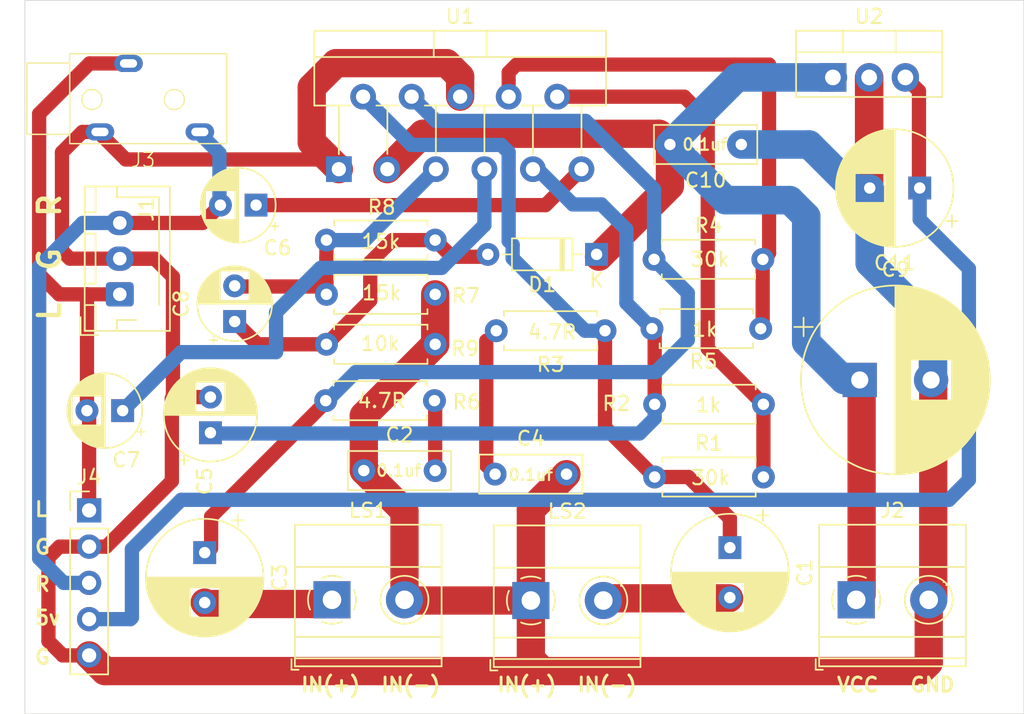
<source format=kicad_pcb>
(kicad_pcb (version 20240108) (generator "pcbnew") (generator_version "8.0")
  (layers (0 "F.Cu" signal) (31 "B.Cu" signal) (34 "B.Paste" user) (35 "F.Paste" user) (36 "B.SilkS" user "B.Silkscreen") (37 "F.SilkS" user "F.Silkscreen") (38 "B.Mask" user) (39 "F.Mask" user) (44 "Edge.Cuts" user))
  (net 0 "")
  (net 1 "Net-(C1-Pad2)")
  (net 2 "Net-(C1-Pad1)")
  (net 3 "Net-(C2-Pad2)")
  (net 4 "GND")
  (net 5 "Net-(C3-Pad1)")
  (net 6 "Net-(C3-Pad2)")
  (net 7 "Net-(C4-Pad1)")
  (net 8 "Net-(U1A-GND)")
  (net 9 "RIN")
  (net 10 "Net-(U1A-+)")
  (net 11 "LIN")
  (net 12 "Net-(U1B-+)")
  (net 13 "Net-(D1-A)")
  (net 14 "MUTE")
  (net 15 "+12V")
  (net 16 "+5V")
  (net 17 "Net-(U1A--)")
  (net 18 "Net-(U1B--)")
  (footprint "Capacitor_THT:CP_Radial_D13.0mm_P5.00mm" (layer "F.Cu") (at 72.55 41.2)
    (property "Reference" "C9" (at 2.5 -7.75 0) (layer "F.SilkS"))
    (property "Value" "1000uf")
    (pad "1" thru_hole rect (at 0 0) (size 2.4 2.4) (drill 1.2) (layers "*.Cu" "*.Mask") (net 15 "+12V"))
    (pad "2" thru_hole circle (at 5 0) (size 2.4 2.4) (drill 1.2) (layers "*.Cu" "*.Mask") (net 4 "GND"))
  )
  (footprint "TerminalBlock_Phoenix:TerminalBlock_Phoenix_MKDS-1,5-2-5.08_1x02_P5.08mm_Horizontal" (layer "F.Cu") (at 49.505 56.655)
    (property "Reference" "LS2" (at 2.54 -6.26 0) (layer "F.SilkS"))
    (property "Value" "Speaker")
    (pad "1" thru_hole rect (at 0 0) (size 2.6 2.6) (drill 1.3) (layers "*.Cu" "*.Mask") (net 4 "GND"))
    (pad "2" thru_hole circle (at 5.08 0) (size 2.6 2.6) (drill 1.3) (layers "*.Cu" "*.Mask") (net 1 "Net-(C1-Pad2)"))
  )
  (footprint "Resistor_THT:R_Axial_DIN0207_L6.3mm_D2.5mm_P7.62mm_Horizontal" (layer "F.Cu") (at 42.8 35.2 180)
    (property "Reference" "R7" (at -2.15 -0.1 0) (layer "F.SilkS"))
    (property "Value" "15k" (at 3.75 0.1 0) (layer "F.SilkS"))
    (pad "1" thru_hole circle (at 0 0 180) (size 1.6 1.6) (drill 0.8) (layers "*.Cu" "*.Mask") (net 4 "GND"))
    (pad "2" thru_hole oval (at 7.62 0 180) (size 1.6 1.6) (drill 0.8) (layers "*.Cu" "*.Mask") (net 14 "MUTE"))
  )
  (footprint "Resistor_THT:R_Axial_DIN0207_L6.3mm_D2.5mm_P7.62mm_Horizontal" (layer "F.Cu") (at 35.13 42.65)
    (property "Reference" "R6" (at 9.87 0.1 0) (layer "F.SilkS"))
    (property "Value" "4.7R" (at 3.92 0 0) (layer "F.SilkS"))
    (pad "1" thru_hole circle (at 0 0) (size 1.6 1.6) (drill 0.8) (layers "*.Cu" "*.Mask") (net 5 "Net-(C3-Pad1)"))
    (pad "2" thru_hole oval (at 7.62 0) (size 1.6 1.6) (drill 0.8) (layers "*.Cu" "*.Mask") (net 3 "Net-(C2-Pad2)"))
  )
  (footprint "Capacitor_THT:CP_Radial_D8.0mm_P3.50mm" (layer "F.Cu") (at 76.752651 27.75 180)
    (property "Reference" "C11" (at 1.75 -5.25 180) (layer "F.SilkS"))
    (property "Value" "470uf")
    (pad "1" thru_hole rect (at 0 0 180) (size 1.6 1.6) (drill 0.8) (layers "*.Cu" "*.Mask") (net 16 "+5V"))
    (pad "2" thru_hole circle (at 3.5 0 180) (size 1.6 1.6) (drill 0.8) (layers "*.Cu" "*.Mask") (net 4 "GND"))
  )
  (footprint "Capacitor_THT:CP_Radial_D5.0mm_P2.50mm" (layer "F.Cu") (at 28.75 37.105113 90)
    (property "Reference" "C8" (at 1.25 -3.75 90) (layer "F.SilkS"))
    (property "Value" "1uf")
    (pad "1" thru_hole rect (at 0 0 90) (size 1.6 1.6) (drill 0.8) (layers "*.Cu" "*.Mask") (net 13 "Net-(D1-A)"))
    (pad "2" thru_hole circle (at 2.5 0 90) (size 1.6 1.6) (drill 0.8) (layers "*.Cu" "*.Mask") (net 14 "MUTE"))
  )
  (footprint "Resistor_THT:R_Axial_DIN0207_L6.3mm_D2.5mm_P7.62mm_Horizontal" (layer "F.Cu") (at 58.14 32.75)
    (property "Reference" "R4" (at 3.81 -2.37 0) (layer "F.SilkS"))
    (property "Value" "30k" (at 3.91 0 0) (layer "F.SilkS"))
    (pad "1" thru_hole circle (at 0 0) (size 1.6 1.6) (drill 0.8) (layers "*.Cu" "*.Mask") (net 5 "Net-(C3-Pad1)"))
    (pad "2" thru_hole oval (at 7.62 0) (size 1.6 1.6) (drill 0.8) (layers "*.Cu" "*.Mask") (net 18 "Net-(U1B--)"))
  )
  (footprint "Capacitor_THT:C_Disc_D7.0mm_W2.5mm_P5.00mm" (layer "F.Cu") (at 47 47.8)
    (property "Reference" "C4" (at 2.5 -2.5 0) (layer "F.SilkS"))
    (property "Value" "0.1uf" (at 2.5 0.05 0) (layer "F.SilkS") (effects (font (size 0.8 0.8))))
    (pad "1" thru_hole circle (at 0 0) (size 1.6 1.6) (drill 0.8) (layers "*.Cu" "*.Mask") (net 7 "Net-(C4-Pad1)"))
    (pad "2" thru_hole circle (at 5 0) (size 1.6 1.6) (drill 0.8) (layers "*.Cu" "*.Mask") (net 4 "GND"))
  )
  (footprint "Resistor_THT:R_Axial_DIN0207_L6.3mm_D2.5mm_P7.62mm_Horizontal" (layer "F.Cu") (at 35.18 38.7)
    (property "Reference" "R9" (at 9.72 0.3 0) (layer "F.SilkS"))
    (property "Value" "10k" (at 3.77 -0.05 0) (layer "F.SilkS"))
    (pad "1" thru_hole circle (at 0 0) (size 1.6 1.6) (drill 0.8) (layers "*.Cu" "*.Mask") (net 13 "Net-(D1-A)"))
    (pad "2" thru_hole oval (at 7.62 0) (size 1.6 1.6) (drill 0.8) (layers "*.Cu" "*.Mask") (net 4 "GND"))
  )
  (footprint "Connector_PinHeader_2.54mm:PinHeader_1x05_P2.54mm_Vertical" (layer "F.Cu") (at 18.55 50.34)
    (property "Reference" "J4" (at 0 -2.33 0) (layer "F.SilkS"))
    (property "Value" "Conn_01x05_Pin")
    (pad "1" thru_hole rect (at 0 0) (size 1.7 1.7) (drill 1) (layers "*.Cu" "*.Mask") (net 11 "LIN"))
    (pad "2" thru_hole oval (at 0 2.54) (size 1.7 1.7) (drill 1) (layers "*.Cu" "*.Mask") (net 4 "GND"))
    (pad "3" thru_hole oval (at 0 5.08) (size 1.7 1.7) (drill 1) (layers "*.Cu" "*.Mask") (net 9 "RIN"))
    (pad "4" thru_hole oval (at 0 7.62) (size 1.7 1.7) (drill 1) (layers "*.Cu" "*.Mask") (net 16 "+5V"))
    (pad "5" thru_hole oval (at 0 10.16) (size 1.7 1.7) (drill 1) (layers "*.Cu" "*.Mask") (net 4 "GND"))
  )
  (footprint "Capacitor_THT:CP_Radial_D5.0mm_P2.50mm" (layer "F.Cu") (at 20.9 43.35 180)
    (property "Reference" "C7" (at -0.25 -3.45 0) (layer "F.SilkS"))
    (property "Value" "1uf")
    (pad "1" thru_hole rect (at 0 0 180) (size 1.6 1.6) (drill 0.8) (layers "*.Cu" "*.Mask") (net 12 "Net-(U1B-+)"))
    (pad "2" thru_hole circle (at 2.5 0 180) (size 1.6 1.6) (drill 0.8) (layers "*.Cu" "*.Mask") (net 11 "LIN"))
  )
  (footprint "Capacitor_THT:CP_Radial_D8.0mm_P3.50mm" (layer "F.Cu") (at 26.65 53.3 -90)
    (property "Reference" "C3" (at 1.75 -5.25 -90) (layer "F.SilkS"))
    (property "Value" "470uf")
    (pad "1" thru_hole rect (at 0 0 270) (size 1.6 1.6) (drill 0.8) (layers "*.Cu" "*.Mask") (net 5 "Net-(C3-Pad1)"))
    (pad "2" thru_hole circle (at 3.5 0 270) (size 1.6 1.6) (drill 0.8) (layers "*.Cu" "*.Mask") (net 6 "Net-(C3-Pad2)"))
  )
  (footprint "Package_TO_SOT_THT:TO-220-3_Vertical" (layer "F.Cu") (at 70.67 20)
    (property "Reference" "U2" (at 2.54 -4.27 0) (layer "F.SilkS"))
    (property "Value" "LM7805_TO220")
    (pad "1" thru_hole rect (at 0 0) (size 1.905 2) (drill 1.1) (layers "*.Cu" "*.Mask") (net 15 "+12V"))
    (pad "2" thru_hole oval (at 2.54 0) (size 1.905 2) (drill 1.1) (layers "*.Cu" "*.Mask") (net 4 "GND"))
    (pad "3" thru_hole oval (at 5.08 0) (size 1.905 2) (drill 1.1) (layers "*.Cu" "*.Mask") (net 16 "+5V"))
  )
  (footprint "Capacitor_THT:CP_Radial_D6.3mm_P2.50mm" (layer "F.Cu") (at 27.05 44.9 90)
    (property "Reference" "C5" (at -3.4 -0.4 90) (layer "F.SilkS"))
    (property "Value" "100uf")
    (pad "1" thru_hole rect (at 0 0 90) (size 1.6 1.6) (drill 0.8) (layers "*.Cu" "*.Mask") (net 8 "Net-(U1A-GND)"))
    (pad "2" thru_hole circle (at 2.5 0 90) (size 1.6 1.6) (drill 0.8) (layers "*.Cu" "*.Mask") (net 4 "GND"))
  )
  (footprint "TerminalBlock_Phoenix:TerminalBlock_Phoenix_MKDS-1,5-2-5.08_1x02_P5.08mm_Horizontal" (layer "F.Cu") (at 72.305 56.605)
    (property "Reference" "J2" (at 2.54 -6.26 0) (layer "F.SilkS"))
    (property "Value" "Terminal Block")
    (pad "1" thru_hole rect (at 0 0) (size 2.6 2.6) (drill 1.3) (layers "*.Cu" "*.Mask") (net 15 "+12V"))
    (pad "2" thru_hole circle (at 5.08 0) (size 2.6 2.6) (drill 1.3) (layers "*.Cu" "*.Mask") (net 4 "GND"))
  )
  (footprint "Capacitor_THT:CP_Radial_D5.0mm_P2.50mm" (layer "F.Cu") (at 30.25 28.95 180)
    (property "Reference" "C6" (at -1.5 -3 0) (layer "F.SilkS"))
    (property "Value" "1uf")
    (pad "1" thru_hole rect (at 0 0 180) (size 1.6 1.6) (drill 0.8) (layers "*.Cu" "*.Mask") (net 10 "Net-(U1A-+)"))
    (pad "2" thru_hole circle (at 2.5 0 180) (size 1.6 1.6) (drill 0.8) (layers "*.Cu" "*.Mask") (net 9 "RIN"))
  )
  (footprint "Diode_THT:D_DO-35_SOD27_P7.62mm_Horizontal" (layer "F.Cu") (at 54.11 32.4 180)
    (property "Reference" "D1" (at 3.81 -2.12 0) (layer "F.SilkS"))
    (property "Value" "5.1v")
    (fp_text user "K" (at 0 -1.8 0) (layer "F.SilkS"))
    (pad "1" thru_hole rect (at 0 0 180) (size 1.6 1.6) (drill 0.8) (layers "*.Cu" "*.Mask") (net 15 "+12V"))
    (pad "2" thru_hole oval (at 7.62 0 180) (size 1.6 1.6) (drill 0.8) (layers "*.Cu" "*.Mask") (net 13 "Net-(D1-A)"))
  )
  (footprint "Package_TO_SOT_THT:TO-220-11_P3.4x5.08mm_StaggerOdd_Lead4.85mm_Vertical" (layer "F.Cu") (at 36.05 26.43)
    (property "Reference" "U1" (at 8.5 -10.7 0) (layer "F.SilkS"))
    (property "Value" "TDA7269A")
    (pad "1" thru_hole rect (at 0 0) (size 1.8 1.8) (drill 1) (layers "*.Cu" "*.Mask") (net 4 "GND"))
    (pad "2" thru_hole oval (at 1.7 -5.08) (size 1.8 1.8) (drill 1) (layers "*.Cu" "*.Mask") (net 2 "Net-(C1-Pad1)"))
    (pad "3" thru_hole oval (at 3.4 0) (size 1.8 1.8) (drill 1) (layers "*.Cu" "*.Mask") (net 15 "+12V"))
    (pad "4" thru_hole oval (at 5.1 -5.08) (size 1.8 1.8) (drill 1) (layers "*.Cu" "*.Mask") (net 5 "Net-(C3-Pad1)"))
    (pad "5" thru_hole oval (at 6.8 0) (size 1.8 1.8) (drill 1) (layers "*.Cu" "*.Mask") (net 14 "MUTE"))
    (pad "6" thru_hole oval (at 8.5 -5.08) (size 1.8 1.8) (drill 1) (layers "*.Cu" "*.Mask") (net 4 "GND"))
    (pad "7" thru_hole oval (at 10.2 0) (size 1.8 1.8) (drill 1) (layers "*.Cu" "*.Mask") (net 12 "Net-(U1B-+)"))
    (pad "8" thru_hole oval (at 11.9 -5.08) (size 1.8 1.8) (drill 1) (layers "*.Cu" "*.Mask") (net 18 "Net-(U1B--)"))
    (pad "9" thru_hole oval (at 13.6 0) (size 1.8 1.8) (drill 1) (layers "*.Cu" "*.Mask") (net 8 "Net-(U1A-GND)"))
    (pad "10" thru_hole oval (at 15.3 -5.08) (size 1.8 1.8) (drill 1) (layers "*.Cu" "*.Mask") (net 17 "Net-(U1A--)"))
    (pad "11" thru_hole oval (at 17 0) (size 1.8 1.8) (drill 1) (layers "*.Cu" "*.Mask") (net 10 "Net-(U1A-+)"))
  )
  (footprint "Capacitor_THT:CP_Radial_D8.0mm_P3.50mm" (layer "F.Cu") (at 63.45 52.95 -90)
    (property "Reference" "C1" (at 1.75 -5.25 -90) (layer "F.SilkS"))
    (property "Value" "470uf")
    (pad "1" thru_hole rect (at 0 0 270) (size 1.6 1.6) (drill 0.8) (layers "*.Cu" "*.Mask") (net 2 "Net-(C1-Pad1)"))
    (pad "2" thru_hole circle (at 3.5 0 270) (size 1.6 1.6) (drill 0.8) (layers "*.Cu" "*.Mask") (net 1 "Net-(C1-Pad2)"))
  )
  (footprint "Resistor_THT:R_Axial_DIN0207_L6.3mm_D2.5mm_P7.62mm_Horizontal" (layer "F.Cu") (at 65.61 37.6 180)
    (property "Reference" "R5" (at 4.01 -2.3 0) (layer "F.SilkS"))
    (property "Value" "1k" (at 3.91 -0.05 0) (layer "F.SilkS"))
    (pad "1" thru_hole circle (at 0 0 180) (size 1.6 1.6) (drill 0.8) (layers "*.Cu" "*.Mask") (net 18 "Net-(U1B--)"))
    (pad "2" thru_hole oval (at 7.62 0 180) (size 1.6 1.6) (drill 0.8) (layers "*.Cu" "*.Mask") (net 8 "Net-(U1A-GND)"))
  )
  (footprint "Capacitor_THT:C_Disc_D7.0mm_W2.5mm_P5.00mm" (layer "F.Cu") (at 64.25 24.7 180)
    (property "Reference" "C10" (at 2.5 -2.5 0) (layer "F.SilkS"))
    (property "Value" "0.1uf" (at 2.55 0 0) (layer "F.SilkS") (effects (font (size 0.81 0.81))))
    (pad "1" thru_hole circle (at 0 0 180) (size 1.6 1.6) (drill 0.8) (layers "*.Cu" "*.Mask") (net 4 "GND"))
    (pad "2" thru_hole circle (at 5 0 180) (size 1.6 1.6) (drill 0.8) (layers "*.Cu" "*.Mask") (net 15 "+12V"))
  )
  (footprint "TerminalBlock_Phoenix:TerminalBlock_Phoenix_MKDS-1,5-2-5.08_1x02_P5.08mm_Horizontal" (layer "F.Cu") (at 35.57 56.605)
    (property "Reference" "LS1" (at 2.54 -6.26 0) (layer "F.SilkS"))
    (property "Value" "Speaker (L)")
    (pad "1" thru_hole rect (at 0 0) (size 2.6 2.6) (drill 1.3) (layers "*.Cu" "*.Mask") (net 6 "Net-(C3-Pad2)"))
    (pad "2" thru_hole circle (at 5.08 0) (size 2.6 2.6) (drill 1.3) (layers "*.Cu" "*.Mask") (net 4 "GND"))
  )
  (footprint "Resistor_THT:R_Axial_DIN0207_L6.3mm_D2.5mm_P7.62mm_Horizontal" (layer "F.Cu") (at 65.8 42.905555 180)
    (property "Reference" "R2" (at 10.3 0.055555 0) (layer "F.SilkS"))
    (property "Value" "1k" (at 3.85 -0.044445 0) (layer "F.SilkS"))
    (pad "1" thru_hole circle (at 0 0 180) (size 1.6 1.6) (drill 0.8) (layers "*.Cu" "*.Mask") (net 17 "Net-(U1A--)"))
    (pad "2" thru_hole oval (at 7.62 0 180) (size 1.6 1.6) (drill 0.8) (layers "*.Cu" "*.Mask") (net 8 "Net-(U1A-GND)"))
  )
  (footprint "Connector_JST:JST_XH_B3B-XH-AM_1x03_P2.50mm_Vertical" (layer "F.Cu") (at 20.7 35.2 90)
    (property "Reference" "J1" (at 5.95 1.85 90) (layer "F.SilkS"))
    (property "Value" "Conn_01x03_Pin")
    (pad "1" thru_hole roundrect (at 0 0 90) (size 1.7 1.95) (drill 0.95) (layers "*.Cu" "*.Mask") (roundrect_rratio 0.147059) (net 11 "LIN"))
    (pad "2" thru_hole oval (at 2.5 0 90) (size 1.7 1.95) (drill 0.95) (layers "*.Cu" "*.Mask") (net 4 "GND"))
    (pad "3" thru_hole oval (at 5 0 90) (size 1.7 1.95) (drill 0.95) (layers "*.Cu" "*.Mask") (net 9 "RIN"))
  )
  (footprint "Resistor_THT:R_Axial_DIN0207_L6.3mm_D2.5mm_P7.62mm_Horizontal" (layer "F.Cu") (at 58.18 48)
    (property "Reference" "R1" (at 3.81 -2.37 0) (layer "F.SilkS"))
    (property "Value" "30k" (at 3.92 0.05 0) (layer "F.SilkS"))
    (pad "1" thru_hole circle (at 0 0) (size 1.6 1.6) (drill 0.8) (layers "*.Cu" "*.Mask") (net 2 "Net-(C1-Pad1)"))
    (pad "2" thru_hole oval (at 7.62 0) (size 1.6 1.6) (drill 0.8) (layers "*.Cu" "*.Mask") (net 17 "Net-(U1A--)"))
  )
  (footprint "Resistor_THT:R_Axial_DIN0207_L6.3mm_D2.5mm_P7.62mm_Horizontal" (layer "F.Cu") (at 54.7 37.75 180)
    (property "Reference" "R3" (at 3.81 -2.37 0) (layer "F.SilkS"))
    (property "Value" "4.7R" (at 3.7 -0.1 0) (layer "F.SilkS"))
    (pad "1" thru_hole circle (at 0 0 180) (size 1.6 1.6) (drill 0.8) (layers "*.Cu" "*.Mask") (net 2 "Net-(C1-Pad1)"))
    (pad "2" thru_hole oval (at 7.62 0 180) (size 1.6 1.6) (drill 0.8) (layers "*.Cu" "*.Mask") (net 7 "Net-(C4-Pad1)"))
  )
  (footprint "Capacitor_THT:C_Disc_D7.0mm_W2.5mm_P5.00mm" (layer "F.Cu") (at 37.8 47.55)
    (property "Reference" "C2" (at 2.5 -2.5 0) (layer "F.SilkS"))
    (property "Value" "0.1uf" (at 2.45 0 0) (layer "F.SilkS") (effects (font (size 0.81 0.81))))
    (pad "1" thru_hole circle (at 0 0) (size 1.6 1.6) (drill 0.8) (layers "*.Cu" "*.Mask") (net 4 "GND"))
    (pad "2" thru_hole circle (at 5 0) (size 1.6 1.6) (drill 0.8) (layers "*.Cu" "*.Mask") (net 3 "Net-(C2-Pad2)"))
  )
  (footprint "Connector_Audio:PJ-3200" (layer "F.Cu") (at 21.37 26.45)
    (property "Reference" "J3" (at 0.97 -0.67 0) (layer "F.SilkS") (effects (font (thickness 0.1))))
    (property "Value" "AudioJack2_Ground")
    (pad "" np_thru_hole circle (at -2.62 -4.9) (size 1.3 1.3) (drill 1.3) (layers "F&B.Cu" "*.Mask"))
    (pad "" np_thru_hole circle (at 3.15 -4.9) (size 1.3 1.3) (drill 1.3) (layers "F&B.Cu" "*.Mask"))
    (pad "G" thru_hole oval (at -2.06 -2.63) (size 2 1.2) (drill oval 1.2 0.6) (layers "*.Cu" "*.Mask" "Dwgs.User") (net 4 "GND"))
    (pad "S" thru_hole oval (at -0.06 -7.43) (size 2 1.2) (drill oval 1.2 0.6) (layers "*.Cu" "*.Mask") (net 11 "LIN"))
    (pad "T" thru_hole oval (at 4.94 -2.63) (size 2 1.2) (drill oval 1.2 0.6) (layers "*.Cu" "*.Mask") (net 9 "RIN"))
  )
  (footprint "Resistor_THT:R_Axial_DIN0207_L6.3mm_D2.5mm_P7.62mm_Horizontal" (layer "F.Cu") (at 42.8 31.4 180)
    (property "Reference" "R8" (at 3.75 2.3 0) (layer "F.SilkS"))
    (property "Value" "15k" (at 3.8 -0.1 0) (layer "F.SilkS"))
    (pad "1" thru_hole circle (at 0 0 180) (size 1.6 1.6) (drill 0.8) (layers "*.Cu" "*.Mask") (net 13 "Net-(D1-A)"))
    (pad "2" thru_hole oval (at 7.62 0 180) (size 1.6 1.6) (drill 0.8) (layers "*.Cu" "*.Mask") (net 14 "MUTE"))
  )
  (gr_rect (start 14.05 14.6) (end 84.05 64.6) (stroke (width 0.05)) (fill none) (layer "Edge.Cuts"))
  (gr_text "VCC   GND\n" (at 70.85 63.15 0) (layer "F.SilkS") (effects (font (size 1 1) (thickness 0.2) (bold yes)) (justify left bottom)))
  (gr_text "G\n\n" (at 14.65 55.1 0) (layer "F.SilkS") (effects (font (size 1 1) (thickness 0.2) (bold yes)) (justify left bottom)))
  (gr_text "IN(+)  IN(-)" (at 47.05 63.15 0) (layer "F.SilkS") (effects (font (size 1 1) (thickness 0.2) (bold yes)) (justify left bottom)))
  (gr_text "L  G  R" (at 16.65 37.2 90) (layer "F.SilkS") (effects (font (size 1.5 1.5) (thickness 0.3) (bold yes)) (justify left bottom)))
  (gr_text "R" (at 14.65 56.1 0) (layer "F.SilkS") (effects (font (size 1 1) (thickness 0.2) (bold yes)) (justify left bottom)))
  (gr_text "G\n" (at 14.65 61.2 0) (layer "F.SilkS") (effects (font (size 1 1) (thickness 0.2) (bold yes)) (justify left bottom)))
  (gr_text "5v\n" (at 14.65 58.45 0) (layer "F.SilkS") (effects (font (size 1 1) (thickness 0.2) (bold yes)) (justify left bottom)))
  (gr_text "IN(+)  IN(-)" (at 33.3 63.15 0) (layer "F.SilkS") (effects (font (size 1 1) (thickness 0.2) (bold yes)) (justify left bottom)))
  (gr_text "L\n" (at 14.65 50.85 0) (layer "F.SilkS") (effects (font (size 1 1) (thickness 0.2) (bold yes)) (justify left bottom)))
  (segment (start 63.4 56.5) (end 54.74 56.5) (width 1.9812) (layer "F.Cu") (net 1))
  (segment (start 63.45 50.9) (end 60.55 48) (width 1) (layer "F.Cu") (net 2))
  (segment (start 54.7 44.52) (end 58.18 48) (width 1) (layer "F.Cu") (net 2))
  (segment (start 60.55 48) (end 58.18 48) (width 1) (layer "F.Cu") (net 2))
  (segment (start 54.7 37.75) (end 54.7 44.52) (width 1) (layer "F.Cu") (net 2))
  (segment (start 63.45 52.95) (end 63.45 50.9) (width 1) (layer "F.Cu") (net 2))
  (segment (start 47.43 24.73) (end 41.13 24.73) (width 1) (layer "B.Cu") (net 2))
  (segment (start 48.23 32.68) (end 48.23 31.737258) (width 1) (layer "B.Cu") (net 2))
  (segment (start 47.95 25.25) (end 47.43 24.73) (width 1) (layer "B.Cu") (net 2))
  (segment (start 53.3 37.75) (end 48.23 32.68) (width 1) (layer "B.Cu") (net 2))
  (segment (start 47.95 31.457258) (end 47.95 25.25) (width 1) (layer "B.Cu") (net 2))
  (segment (start 54.7 37.75) (end 53.3 37.75) (width 1) (layer "B.Cu") (net 2))
  (segment (start 41.13 24.73) (end 37.75 21.35) (width 1) (layer "B.Cu") (net 2))
  (segment (start 48.23 31.737258) (end 47.95 31.457258) (width 1) (layer "B.Cu") (net 2))
  (segment (start 42.8 47.55) (end 42.8 42.7) (width 1) (layer "F.Cu") (net 3))
  (segment (start 18.55 60.5) (end 16.7 60.5) (width 1) (layer "F.Cu") (net 4))
  (segment (start 34.15 20.7) (end 35.85 19) (width 1.9812) (layer "F.Cu") (net 4))
  (segment (start 16.47 52.88) (end 18.55 52.88) (width 1) (layer "F.Cu") (net 4))
  (segment (start 17.2 32.7) (end 23.15 32.7) (width 1) (layer "F.Cu") (net 4))
  (segment (start 24.35 48.282081) (end 24.35 42.475) (width 1) (layer "F.Cu") (net 4))
  (segment (start 44.55 19.95) (end 44.55 21.35) (width 1.9812) (layer "F.Cu") (net 4))
  (segment (start 35.37 25.75) (end 36.05 26.43) (width 1) (layer "F.Cu") (net 4))
  (segment (start 16.65 32.15) (end 17.2 32.7) (width 1) (layer "F.Cu") (net 4))
  (segment (start 77.7 41.35) (end 77.55 41.2) (width 1.9812) (layer "F.Cu") (net 4))
  (segment (start 49.505 56.655) (end 40.7 56.655) (width 1.9812) (layer "F.Cu") (net 4))
  (segment (start 73.21 20) (end 73.21 27.757349) (width 2) (layer "F.Cu") (net 4))
  (segment (start 76.8 61.6) (end 77.385 61.015) (width 1.9812) (layer "F.Cu") (net 4))
  (segment (start 50.35 61.6) (end 19.65 61.6) (width 1.9812) (layer "F.Cu") (net 4))
  (segment (start 19.752081 52.88) (end 24.35 48.282081) (width 1) (layer "F.Cu") (net 4))
  (segment (start 36.05 26.43) (end 34.15 24.53) (width 1.9812) (layer "F.Cu") (net 4))
  (segment (start 77.385 56.605) (end 77.7 56.29) (width 1.9812) (layer "F.Cu") (net 4))
  (segment (start 18.08 23.82) (end 16.65 25.25) (width 1) (layer "F.Cu") (net 4))
  (segment (start 19.19 23.82) (end 18.08 23.82) (width 1) (layer "F.Cu") (net 4))
  (segment (start 23.15 32.7) (end 20.7 32.7) (width 1) (layer "F.Cu") (net 4))
  (segment (start 21.12 25.75) (end 35.37 25.75) (width 1) (layer "F.Cu") (net 4))
  (segment (start 49.505 60.755) (end 50.35 61.6) (width 1.9812) (layer "F.Cu") (net 4))
  (segment (start 77.385 61.015) (end 77.385 56.605) (width 1.9812) (layer "F.Cu") (net 4))
  (segment (start 77.7 56.29) (end 77.7 41.35) (width 1.9812) (layer "F.Cu") (net 4))
  (segment (start 16.65 25.25) (end 16.65 32.15) (width 1) (layer "F.Cu") (net 4))
  (segment (start 24.425 42.4) (end 27.05 42.4) (width 1) (layer "F.Cu") (net 4))
  (segment (start 49.505 50.295) (end 52 47.8) (width 1.9812) (layer "F.Cu") (net 4))
  (segment (start 19.19 23.82) (end 21.12 25.75) (width 1) (layer "F.Cu") (net 4))
  (segment (start 40.65 50.4) (end 37.8 47.55) (width 1.9812) (layer "F.Cu") (net 4))
  (segment (start 15.7 59.5) (end 15.7 53.65) (width 1) (layer "F.Cu") (net 4))
  (segment (start 18.55 52.88) (end 19.752081 52.88) (width 1) (layer "F.Cu") (net 4))
  (segment (start 49.505 56.655) (end 49.505 60.755) (width 1.9812) (layer "F.Cu") (net 4))
  (segment (start 40.65 56.605) (end 40.65 50.4) (width 1.9812) (layer "F.Cu") (net 4))
  (segment (start 24.35 42.475) (end 24.425 42.4) (width 1) (layer "F.Cu") (net 4))
  (segment (start 24.425 33.975) (end 23.15 32.7) (width 1) (layer "F.Cu") (net 4))
  (segment (start 42.8 35.2) (end 42.8 38.7) (width 1.9812) (layer "F.Cu") (net 4))
  (segment (start 50.35 61.6) (end 76.8 61.6) (width 1.9812) (layer "F.Cu") (net 4))
  (segment (start 42.8 38.7) (end 37.8 43.7) (width 1.9812) (layer "F.Cu") (net 4))
  (segment (start 34.15 24.53) (end 34.15 20.7) (width 1.9812) (layer "F.Cu") (net 4))
  (segment (start 37.8 43.7) (end 37.8 47.55) (width 1.9812) (layer "F.Cu") (net 4))
  (segment (start 49.505 56.655) (end 49.505 50.295) (width 1.9812) (layer "F.Cu") (net 4))
  (segment (start 15.7 53.65) (end 16.47 52.88) (width 1) (layer "F.Cu") (net 4))
  (segment (start 43.6 19) (end 44.55 19.95) (width 1.9812) (layer "F.Cu") (net 4))
  (segment (start 19.65 61.6) (end 18.55 60.5) (width 1.9812) (layer "F.Cu") (net 4))
  (segment (start 16.7 60.5) (end 15.7 59.5) (width 1) (layer "F.Cu") (net 4))
  (segment (start 24.425 42.4) (end 24.425 33.975) (width 1) (layer "F.Cu") (net 4))
  (segment (start 35.85 19) (end 43.6 19) (width 1.9812) (layer "F.Cu") (net 4))
  (segment (start 73.25 33) (end 77.682323 37.432323) (width 2) (layer "B.Cu") (net 4))
  (segment (start 73.25 27.802651) (end 73.25 33) (width 2) (layer "B.Cu") (net 4))
  (segment (start 77.682323 37.432323) (end 77.682323 41.067677) (width 2) (layer "B.Cu") (net 4))
  (segment (start 64.25 24.7) (end 69 24.7) (width 2) (layer "B.Cu") (net 4))
  (segment (start 73.252651 27.8) (end 73.25 27.802651) (width 2) (layer "B.Cu") (net 4))
  (segment (start 72.1 27.8) (end 73.252651 27.8) (width 2) (layer "B.Cu") (net 4))
  (segment (start 69 24.7) (end 72.1 27.8) (width 2) (layer "B.Cu") (net 4))
  (segment (start 27.1 53) (end 27.1 50.78) (width 1) (layer "F.Cu") (net 5))
  (segment (start 27.1 50.78) (end 35.18 42.7) (width 1) (layer "F.Cu") (net 5))
  (segment (start 42.85 23.05) (end 41.15 21.35) (width 1) (layer "B.Cu") (net 5))
  (segment (start 60.5 35.11) (end 58.14 32.75) (width 1) (layer "B.Cu") (net 5))
  (segment (start 58.25 40.65) (end 60.5 38.4) (width 1) (layer "B.Cu") (net 5))
  (segment (start 60.5 38.4) (end 60.5 35.11) (width 1) (layer "B.Cu") (net 5))
  (segment (start 58.14 32.75) (end 58.14 27.84) (width 1) (layer "B.Cu") (net 5))
  (segment (start 53.35 23.05) (end 42.85 23.05) (width 1) (layer "B.Cu") (net 5))
  (segment (start 37.23 40.65) (end 58.25 40.65) (width 1) (layer "B.Cu") (net 5))
  (segment (start 35.18 42.7) (end 37.23 40.65) (width 1) (layer "B.Cu") (net 5))
  (segment (start 58.14 27.84) (end 53.35 23.05) (width 1) (layer "B.Cu") (net 5))
  (segment (start 26.75 56.9) (end 35.275 56.9) (width 1.9812) (layer "F.Cu") (net 6))
  (segment (start 26.65 56.8) (end 26.75 56.9) (width 1.9812) (layer "F.Cu") (net 6))
  (segment (start 46.38 38.45) (end 46.38 47.18) (width 1) (layer "F.Cu") (net 7))
  (segment (start 46.38 47.18) (end 47 47.8) (width 1) (layer "F.Cu") (net 7))
  (segment (start 58.18 42.905555) (end 58.18 37.79) (width 1) (layer "F.Cu") (net 8))
  (segment (start 57.99 37.6) (end 56.2 35.81) (width 1) (layer "B.Cu") (net 8))
  (segment (start 52.45 28.9) (end 49.98 26.43) (width 1) (layer "B.Cu") (net 8))
  (segment (start 56.2 30.65) (end 54.45 28.9) (width 1) (layer "B.Cu") (net 8))
  (segment (start 56.2 35.81) (end 56.2 30.65) (width 1) (layer "B.Cu") (net 8))
  (segment (start 54.45 28.9) (end 52.45 28.9) (width 1) (layer "B.Cu") (net 8))
  (segment (start 27.1 44.95) (end 57.112742 44.95) (width 1) (layer "B.Cu") (net 8))
  (segment (start 57.112742 44.95) (end 58.18 43.882742) (width 1) (layer "B.Cu") (net 8))
  (segment (start 58.18 43.882742) (end 58.18 42.905555) (width 1) (layer "B.Cu") (net 8))
  (segment (start 20.7 30.2) (end 26.5 30.2) (width 1) (layer "F.Cu") (net 9))
  (segment (start 26.5 30.2) (end 27.75 28.95) (width 1) (layer "F.Cu") (net 9))
  (segment (start 18.55 55.42) (end 16.77 55.42) (width 1) (layer "B.Cu") (net 9))
  (segment (start 26.19 23.82) (end 27.684887 25.314887) (width 1) (layer "B.Cu") (net 9))
  (segment (start 18.1 30.2) (end 20.7 30.2) (width 1) (layer "B.Cu") (net 9))
  (segment (start 15.05 33.25) (end 18.1 30.2) (width 1) (layer "B.Cu") (net 9))
  (segment (start 27.684887 25.314887) (end 27.684887 28.884887) (width 1) (layer "B.Cu") (net 9))
  (segment (start 16.77 55.42) (end 15.05 53.7) (width 1) (layer "B.Cu") (net 9))
  (segment (start 15.05 53.7) (end 15.05 33.25) (width 1) (layer "B.Cu") (net 9))
  (segment (start 50.53 28.95) (end 30.25 28.95) (width 1) (layer "F.Cu") (net 10))
  (segment (start 50.58 28.9) (end 50.53 28.95) (width 1) (layer "F.Cu") (net 10))
  (segment (start 53.05 26.43) (end 50.58 28.9) (width 1) (layer "F.Cu") (net 10))
  (segment (start 21.19 19.02) (end 18.58 19.02) (width 1) (layer "F.Cu") (net 11))
  (segment (start 20.7 35.2) (end 18.4 35.2) (width 0.9906) (layer "F.Cu") (net 11))
  (segment (start 18.58 19.02) (end 15.05 22.55) (width 1) (layer "F.Cu") (net 11))
  (segment (start 16.45 35.2) (end 18.4 35.2) (width 1) (layer "F.Cu") (net 11))
  (segment (start 15.05 22.55) (end 15.05 33.8) (width 1) (layer "F.Cu") (net 11))
  (segment (start 18.55 50.34) (end 18.55 43.5) (width 1) (layer "F.Cu") (net 11))
  (segment (start 18.4 43.35) (end 18.4 35.2) (width 1) (layer "F.Cu") (net 11))
  (segment (start 15.05 33.8) (end 16.45 35.2) (width 1) (layer "F.Cu") (net 11))
  (segment (start 43.25 33.35) (end 46.25 30.35) (width 1) (layer "B.Cu") (net 12))
  (segment (start 34.767258 33.35) (end 43.25 33.35) (width 1) (layer "B.Cu") (net 12))
  (segment (start 31.65 36.467258) (end 31.65 39.25) (width 1) (layer "B.Cu") (net 12))
  (segment (start 46.25 30.35) (end 46.25 26.43) (width 1) (layer "B.Cu") (net 12))
  (segment (start 20.9 43.35) (end 25 39.25) (width 1) (layer "B.Cu") (net 12))
  (segment (start 34.767258 33.35) (end 31.65 36.467258) (width 1) (layer "B.Cu") (net 12))
  (segment (start 25 39.25) (end 31.65 39.25) (width 1) (layer "B.Cu") (net 12))
  (segment (start 39.8 31.4) (end 42.8 31.4) (width 1) (layer "F.Cu") (net 13))
  (segment (start 35.18 38.7) (end 38.25 35.63) (width 1) (layer "F.Cu") (net 13))
  (segment (start 38.25 32.95) (end 39.8 31.4) (width 1) (layer "F.Cu") (net 13))
  (segment (start 46.66 32.566667) (end 43.966667 32.566667) (width 1) (layer "F.Cu") (net 13))
  (segment (start 30.344887 38.7) (end 35.18 38.7) (width 1) (layer "F.Cu") (net 13))
  (segment (start 38.25 35.63) (end 38.25 32.95) (width 1) (layer "F.Cu") (net 13))
  (segment (start 28.75 37.105113) (end 30.344887 38.7) (width 1) (layer "F.Cu") (net 13))
  (segment (start 43.966667 32.566667) (end 42.8 31.4) (width 1) (layer "F.Cu") (net 13))
  (segment (start 28.794887 34.65) (end 34.63 34.65) (width 1) (layer "F.Cu") (net 14))
  (segment (start 35.18 35.2) (end 35.18 32.55) (width 1) (layer "F.Cu") (net 14))
  (segment (start 34.63 34.65) (end 35.18 35.2) (width 1) (layer "F.Cu") (net 14))
  (segment (start 35.18 31.4) (end 35.18 35.2) (width 1) (layer "F.Cu") (net 14))
  (segment (start 35.39 31.4) (end 37.88 31.4) (width 1) (layer "B.Cu") (net 14))
  (segment (start 37.88 31.4) (end 42.85 26.43) (width 1) (layer "B.Cu") (net 14))
  (segment (start 41.93 23.95) (end 39.45 26.43) (width 1.9812) (layer "F.Cu") (net 15))
  (segment (start 59.25 24.7) (end 59.25 27.596667) (width 1.9812) (layer "F.Cu") (net 15))
  (segment (start 58.5 23.95) (end 41.93 23.95) (width 1.9812) (layer "F.Cu") (net 15))
  (segment (start 72.682323 41.332323) (end 72.682323 56.227677) (width 1.9812) (layer "F.Cu") (net 15))
  (segment (start 59.25 27.596667) (end 54.28 32.566667) (width 1.9812) (layer "F.Cu") (net 15))
  (segment (start 59.25 24.7) (end 58.5 23.95) (width 1.9812) (layer "F.Cu") (net 15))
  (segment (start 68.8 29.75) (end 67.65 28.6) (width 2) (layer "B.Cu") (net 15))
  (segment (start 72.184785 41.2) (end 71.432323 41.2) (width 2) (layer "B.Cu") (net 15))
  (segment (start 67.65 28.6) (end 63.15 28.6) (width 2) (layer "B.Cu") (net 15))
  (segment (start 71.432323 41.2) (end 68.8 38.567677) (width 2) (layer "B.Cu") (net 15))
  (segment (start 63.15 28.6) (end 59.25 24.7) (width 2) (layer "B.Cu") (net 15))
  (segment (start 63.95 20) (end 70.67 20) (width 2) (layer "B.Cu") (net 15))
  (segment (start 68.8 38.567677) (end 68.8 29.75) (width 2) (layer "B.Cu") (net 15))
  (segment (start 59.25 24.7) (end 63.95 20) (width 2) (layer "B.Cu") (net 15))
  (segment (start 76.7 20.95) (end 75.75 20) (width 1) (layer "F.Cu") (net 16))
  (segment (start 76.7 27.697349) (end 76.7 20.95) (width 1) (layer "F.Cu") (net 16))
  (segment (start 80.2 48.2) (end 80.2 33.4) (width 1) (layer "B.Cu") (net 16))
  (segment (start 78.8 49.6) (end 80.2 48.2) (width 1) (layer "B.Cu") (net 16))
  (segment (start 25 49.6) (end 78.8 49.6) (width 1) (layer "B.Cu") (net 16))
  (segment (start 76.752651 29.952651) (end 76.752651 27.75) (width 1) (layer "B.Cu") (net 16))
  (segment (start 21.55 57.85) (end 21.55 53.05) (width 1) (layer "B.Cu") (net 16))
  (segment (start 80.2 33.4) (end 76.752651 29.952651) (width 1) (layer "B.Cu") (net 16))
  (segment (start 18.55 57.96) (end 21.44 57.96) (width 1) (layer "B.Cu") (net 16))
  (segment (start 21.55 53.05) (end 25 49.6) (width 1) (layer "B.Cu") (net 16))
  (segment (start 21.44 57.96) (end 21.55 57.85) (width 1) (layer "B.Cu") (net 16))
  (segment (start 65.8 42.905555) (end 65.8 48) (width 1) (layer "F.Cu") (net 17))
  (segment (start 61.9 39.005555) (end 61.9 23) (width 1) (layer "F.Cu") (net 17))
  (segment (start 61.9 23) (end 60.25 21.35) (width 1) (layer "F.Cu") (net 17))
  (segment (start 65.8 42.905555) (end 61.9 39.005555) (width 1) (layer "F.Cu") (net 17))
  (segment (start 60.25 21.35) (end 51.35 21.35) (width 1) (layer "F.Cu") (net 17))
  (segment (start 47.95 21.35) (end 47.95 19.65) (width 0.9906) (layer "F.Cu") (net 18))
  (segment (start 66.2 19.1) (end 66.2 32.31) (width 0.9906) (layer "F.Cu") (net 18))
  (segment (start 65.75 37.46) (end 65.75 32.76) (width 1) (layer "F.Cu") (net 18))
  (segment (start 48.5 19.1) (end 66.2 19.1) (width 0.9906) (layer "F.Cu") (net 18))
  (segment (start 66.2 32.31) (end 65.76 32.75) (width 0.9906) (layer "F.Cu") (net 18))
  (segment (start 47.95 19.65) (end 48.5 19.1) (width 0.9906) (layer "F.Cu") (net 18))
)
</source>
